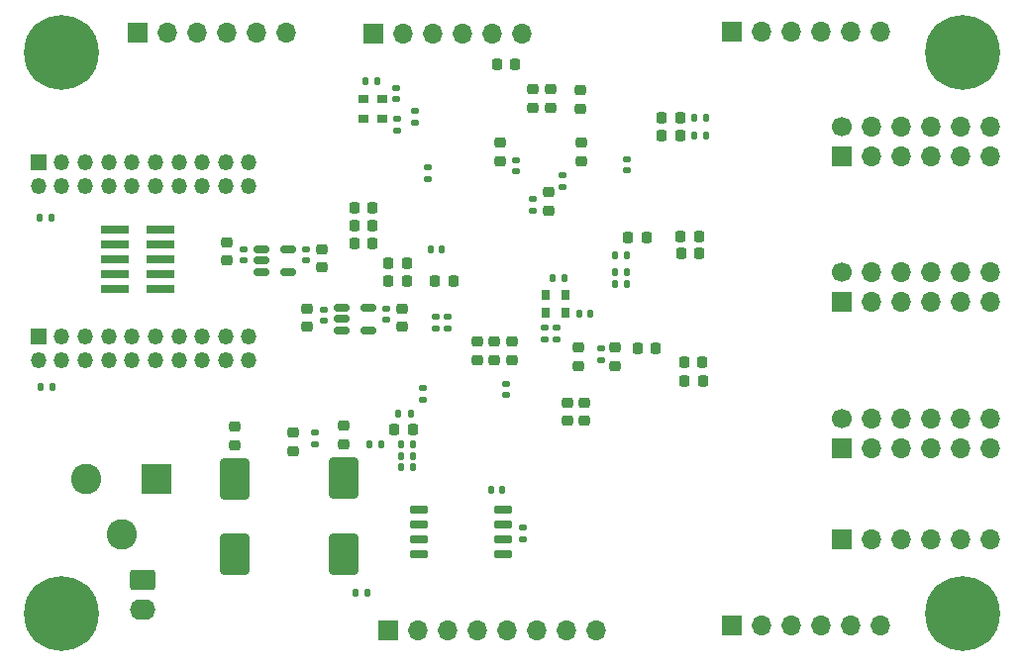
<source format=gbr>
%TF.GenerationSoftware,KiCad,Pcbnew,7.0.0*%
%TF.CreationDate,2023-03-27T16:14:08-06:00*%
%TF.ProjectId,FPGA_2,46504741-5f32-42e6-9b69-6361645f7063,rev?*%
%TF.SameCoordinates,Original*%
%TF.FileFunction,Soldermask,Top*%
%TF.FilePolarity,Negative*%
%FSLAX46Y46*%
G04 Gerber Fmt 4.6, Leading zero omitted, Abs format (unit mm)*
G04 Created by KiCad (PCBNEW 7.0.0) date 2023-03-27 16:14:08*
%MOMM*%
%LPD*%
G01*
G04 APERTURE LIST*
G04 Aperture macros list*
%AMRoundRect*
0 Rectangle with rounded corners*
0 $1 Rounding radius*
0 $2 $3 $4 $5 $6 $7 $8 $9 X,Y pos of 4 corners*
0 Add a 4 corners polygon primitive as box body*
4,1,4,$2,$3,$4,$5,$6,$7,$8,$9,$2,$3,0*
0 Add four circle primitives for the rounded corners*
1,1,$1+$1,$2,$3*
1,1,$1+$1,$4,$5*
1,1,$1+$1,$6,$7*
1,1,$1+$1,$8,$9*
0 Add four rect primitives between the rounded corners*
20,1,$1+$1,$2,$3,$4,$5,0*
20,1,$1+$1,$4,$5,$6,$7,0*
20,1,$1+$1,$6,$7,$8,$9,0*
20,1,$1+$1,$8,$9,$2,$3,0*%
G04 Aperture macros list end*
%ADD10R,2.600000X2.600000*%
%ADD11C,2.600000*%
%ADD12RoundRect,0.218750X0.256250X-0.218750X0.256250X0.218750X-0.256250X0.218750X-0.256250X-0.218750X0*%
%ADD13R,2.400000X0.740000*%
%ADD14RoundRect,0.225000X0.250000X-0.225000X0.250000X0.225000X-0.250000X0.225000X-0.250000X-0.225000X0*%
%ADD15RoundRect,0.218750X-0.218750X-0.256250X0.218750X-0.256250X0.218750X0.256250X-0.218750X0.256250X0*%
%ADD16RoundRect,0.140000X-0.140000X-0.170000X0.140000X-0.170000X0.140000X0.170000X-0.140000X0.170000X0*%
%ADD17RoundRect,0.135000X0.185000X-0.135000X0.185000X0.135000X-0.185000X0.135000X-0.185000X-0.135000X0*%
%ADD18R,1.700000X1.700000*%
%ADD19O,1.700000X1.700000*%
%ADD20C,1.700000*%
%ADD21RoundRect,0.225000X-0.250000X0.225000X-0.250000X-0.225000X0.250000X-0.225000X0.250000X0.225000X0*%
%ADD22RoundRect,0.135000X-0.135000X-0.185000X0.135000X-0.185000X0.135000X0.185000X-0.135000X0.185000X0*%
%ADD23RoundRect,0.140000X0.170000X-0.140000X0.170000X0.140000X-0.170000X0.140000X-0.170000X-0.140000X0*%
%ADD24RoundRect,0.140000X-0.170000X0.140000X-0.170000X-0.140000X0.170000X-0.140000X0.170000X0.140000X0*%
%ADD25RoundRect,0.135000X-0.185000X0.135000X-0.185000X-0.135000X0.185000X-0.135000X0.185000X0.135000X0*%
%ADD26R,1.350000X1.350000*%
%ADD27O,1.350000X1.350000*%
%ADD28RoundRect,0.135000X0.135000X0.185000X-0.135000X0.185000X-0.135000X-0.185000X0.135000X-0.185000X0*%
%ADD29RoundRect,0.140000X0.140000X0.170000X-0.140000X0.170000X-0.140000X-0.170000X0.140000X-0.170000X0*%
%ADD30RoundRect,0.225000X0.225000X0.250000X-0.225000X0.250000X-0.225000X-0.250000X0.225000X-0.250000X0*%
%ADD31R,0.850000X0.650000*%
%ADD32RoundRect,0.250000X-0.845000X0.620000X-0.845000X-0.620000X0.845000X-0.620000X0.845000X0.620000X0*%
%ADD33O,2.190000X1.740000*%
%ADD34RoundRect,0.225000X-0.225000X-0.250000X0.225000X-0.250000X0.225000X0.250000X-0.225000X0.250000X0*%
%ADD35RoundRect,0.218750X-0.256250X0.218750X-0.256250X-0.218750X0.256250X-0.218750X0.256250X0.218750X0*%
%ADD36RoundRect,0.150000X-0.650000X-0.150000X0.650000X-0.150000X0.650000X0.150000X-0.650000X0.150000X0*%
%ADD37RoundRect,0.250000X-1.000000X1.500000X-1.000000X-1.500000X1.000000X-1.500000X1.000000X1.500000X0*%
%ADD38C,3.600000*%
%ADD39C,6.400000*%
%ADD40R,0.650000X0.850000*%
%ADD41RoundRect,0.218750X0.218750X0.256250X-0.218750X0.256250X-0.218750X-0.256250X0.218750X-0.256250X0*%
%ADD42RoundRect,0.150000X-0.512500X-0.150000X0.512500X-0.150000X0.512500X0.150000X-0.512500X0.150000X0*%
G04 APERTURE END LIST*
D10*
%TO.C,J10*%
X64375551Y-138049999D03*
D11*
X58375552Y-138050000D03*
X61375552Y-142750000D03*
%TD*%
D12*
%TO.C,L1*%
X96575552Y-106237500D03*
X96575552Y-104662500D03*
%TD*%
D13*
%TO.C,J6*%
X60825551Y-116709999D03*
X64725551Y-116709999D03*
X60825551Y-117979999D03*
X64725551Y-117979999D03*
X60825551Y-119249999D03*
X64725551Y-119249999D03*
X60825551Y-120519999D03*
X64725551Y-120519999D03*
X60825551Y-121789999D03*
X64725551Y-121789999D03*
%TD*%
D12*
%TO.C,L12*%
X94775552Y-127837500D03*
X94775552Y-126262500D03*
%TD*%
D14*
%TO.C,C3*%
X100575552Y-106325000D03*
X100575552Y-104775000D03*
%TD*%
D15*
%TO.C,D2*%
X107588052Y-108650000D03*
X109163052Y-108650000D03*
%TD*%
D16*
%TO.C,C18*%
X103595552Y-121350000D03*
X104555552Y-121350000D03*
%TD*%
D17*
%TO.C,R8*%
X88275552Y-125160000D03*
X88275552Y-124140000D03*
%TD*%
D12*
%TO.C,L4*%
X100675552Y-110837500D03*
X100675552Y-109262500D03*
%TD*%
D18*
%TO.C,J4*%
X122950551Y-110399999D03*
D19*
X125490551Y-110399999D03*
X128030551Y-110399999D03*
X130570551Y-110399999D03*
X133110551Y-110399999D03*
X135650551Y-110399999D03*
D20*
X122950552Y-107860000D03*
D19*
X125490551Y-107859999D03*
X128030551Y-107859999D03*
X130570551Y-107859999D03*
X133110551Y-107859999D03*
X135650551Y-107859999D03*
%TD*%
D14*
%TO.C,C28*%
X71075552Y-135125000D03*
X71075552Y-133575000D03*
%TD*%
D12*
%TO.C,L2*%
X98075552Y-106237500D03*
X98075552Y-104662500D03*
%TD*%
D18*
%TO.C,J11*%
X122950551Y-143224999D03*
D19*
X125490551Y-143224999D03*
X128030551Y-143224999D03*
X130570551Y-143224999D03*
X133110551Y-143224999D03*
X135650551Y-143224999D03*
%TD*%
D21*
%TO.C,C27*%
X100975552Y-131475000D03*
X100975552Y-133025000D03*
%TD*%
D22*
%TO.C,R3*%
X110365552Y-107150000D03*
X111385552Y-107150000D03*
%TD*%
D23*
%TO.C,C25*%
X94275552Y-130830000D03*
X94275552Y-129870000D03*
%TD*%
D24*
%TO.C,C5*%
X95075552Y-110770000D03*
X95075552Y-111730000D03*
%TD*%
D18*
%TO.C,J9*%
X122950551Y-135399999D03*
D19*
X125490551Y-135399999D03*
X128030551Y-135399999D03*
X130570551Y-135399999D03*
X133110551Y-135399999D03*
X135650551Y-135399999D03*
D20*
X122950552Y-132860000D03*
D19*
X125490551Y-132859999D03*
X128030551Y-132859999D03*
X130570551Y-132859999D03*
X133110551Y-132859999D03*
X135650551Y-132859999D03*
%TD*%
D14*
%TO.C,C24*%
X91775552Y-127825000D03*
X91775552Y-126275000D03*
%TD*%
D15*
%TO.C,L14*%
X105488052Y-126850000D03*
X107063052Y-126850000D03*
%TD*%
D14*
%TO.C,C29*%
X80375552Y-135025000D03*
X80375552Y-133475000D03*
%TD*%
D22*
%TO.C,R7*%
X98265552Y-120850000D03*
X99285552Y-120850000D03*
%TD*%
D16*
%TO.C,C34*%
X54395552Y-115650000D03*
X55355552Y-115650000D03*
%TD*%
D25*
%TO.C,R21*%
X95675552Y-142140000D03*
X95675552Y-143160000D03*
%TD*%
D26*
%TO.C,J8*%
X54275551Y-125849999D03*
D27*
X54275551Y-127849999D03*
X56275551Y-125849999D03*
X56275551Y-127849999D03*
X58275551Y-125849999D03*
X58275551Y-127849999D03*
X60275551Y-125849999D03*
X60275551Y-127849999D03*
X62275551Y-125849999D03*
X62275551Y-127849999D03*
X64275551Y-125849999D03*
X64275551Y-127849999D03*
X66275551Y-125849999D03*
X66275551Y-127849999D03*
X68275551Y-125849999D03*
X68275551Y-127849999D03*
X70275551Y-125849999D03*
X70275551Y-127849999D03*
X72275551Y-125849999D03*
X72275551Y-127849999D03*
%TD*%
D28*
%TO.C,R13*%
X55485552Y-130150000D03*
X54465552Y-130150000D03*
%TD*%
D24*
%TO.C,C10*%
X71775552Y-118370000D03*
X71775552Y-119330000D03*
%TD*%
D29*
%TO.C,C30*%
X93955552Y-138950000D03*
X92995552Y-138950000D03*
%TD*%
D22*
%TO.C,R19*%
X85265552Y-137050000D03*
X86285552Y-137050000D03*
%TD*%
D16*
%TO.C,C17*%
X103595552Y-120350000D03*
X104555552Y-120350000D03*
%TD*%
D18*
%TO.C,J13*%
X84200551Y-150949999D03*
D19*
X86740551Y-150949999D03*
X89280551Y-150949999D03*
X91820551Y-150949999D03*
X94360551Y-150949999D03*
X96900551Y-150949999D03*
X99440551Y-150949999D03*
X101980551Y-150949999D03*
%TD*%
D30*
%TO.C,C7*%
X82850552Y-114850000D03*
X81300552Y-114850000D03*
%TD*%
D31*
%TO.C,U1*%
X82100551Y-105524999D03*
X82100551Y-107174999D03*
X83650551Y-107174999D03*
X83650551Y-105524999D03*
%TD*%
D21*
%TO.C,C9*%
X70375552Y-117800000D03*
X70375552Y-119350000D03*
%TD*%
D18*
%TO.C,J1*%
X113550551Y-99724999D03*
D19*
X116090551Y-99724999D03*
X118630551Y-99724999D03*
X121170551Y-99724999D03*
X123710551Y-99724999D03*
X126250551Y-99724999D03*
%TD*%
D24*
%TO.C,C21*%
X84038052Y-123420000D03*
X84038052Y-124380000D03*
%TD*%
D32*
%TO.C,J14*%
X63155552Y-146680000D03*
D33*
X63155551Y-149219999D03*
%TD*%
D15*
%TO.C,L6*%
X104688052Y-117350000D03*
X106263052Y-117350000D03*
%TD*%
D29*
%TO.C,C13*%
X88755552Y-118350000D03*
X87795552Y-118350000D03*
%TD*%
D25*
%TO.C,R14*%
X87175552Y-130240000D03*
X87175552Y-131260000D03*
%TD*%
D34*
%TO.C,C26*%
X109500552Y-128050000D03*
X111050552Y-128050000D03*
%TD*%
D28*
%TO.C,R20*%
X86285552Y-136050000D03*
X85265552Y-136050000D03*
%TD*%
D18*
%TO.C,J12*%
X113550551Y-150524999D03*
D19*
X116090551Y-150524999D03*
X118630551Y-150524999D03*
X121170551Y-150524999D03*
X123710551Y-150524999D03*
X126250551Y-150524999D03*
%TD*%
D15*
%TO.C,L8*%
X81288052Y-117850000D03*
X82863052Y-117850000D03*
%TD*%
D12*
%TO.C,D4*%
X103575552Y-128337500D03*
X103575552Y-126762500D03*
%TD*%
D17*
%TO.C,R10*%
X97575552Y-126060000D03*
X97575552Y-125040000D03*
%TD*%
D22*
%TO.C,R15*%
X85065552Y-132450000D03*
X86085552Y-132450000D03*
%TD*%
D17*
%TO.C,R2*%
X86475552Y-107560000D03*
X86475552Y-106540000D03*
%TD*%
D25*
%TO.C,R16*%
X77875552Y-134040000D03*
X77875552Y-135060000D03*
%TD*%
D35*
%TO.C,D3*%
X97875552Y-113462500D03*
X97875552Y-115037500D03*
%TD*%
D22*
%TO.C,R18*%
X85265552Y-135050000D03*
X86285552Y-135050000D03*
%TD*%
D36*
%TO.C,U5*%
X86800352Y-140669800D03*
X86800352Y-141939800D03*
X86800352Y-143209800D03*
X86800352Y-144479800D03*
X94000352Y-144479800D03*
X94000352Y-143209800D03*
X94000352Y-141939800D03*
X94000352Y-140669800D03*
%TD*%
D37*
%TO.C,C32*%
X80375552Y-137942500D03*
X80375552Y-144442500D03*
%TD*%
D16*
%TO.C,C14*%
X103595552Y-118850000D03*
X104555552Y-118850000D03*
%TD*%
D24*
%TO.C,C19*%
X78638052Y-123520000D03*
X78638052Y-124480000D03*
%TD*%
D25*
%TO.C,R12*%
X102375552Y-126840000D03*
X102375552Y-127860000D03*
%TD*%
D38*
%TO.C,H2*%
X133275552Y-101550000D03*
D39*
X133275552Y-101550000D03*
%TD*%
D37*
%TO.C,C31*%
X71075552Y-138000000D03*
X71075552Y-144500000D03*
%TD*%
D22*
%TO.C,R5*%
X110365552Y-108650000D03*
X111385552Y-108650000D03*
%TD*%
D21*
%TO.C,C22*%
X85338052Y-123425000D03*
X85338052Y-124975000D03*
%TD*%
D40*
%TO.C,U4*%
X99300551Y-122274999D03*
X97650551Y-122274999D03*
X97650551Y-123824999D03*
X99300551Y-123824999D03*
%TD*%
D28*
%TO.C,R1*%
X83285552Y-103950000D03*
X82265552Y-103950000D03*
%TD*%
D38*
%TO.C,H4*%
X133275552Y-149550000D03*
D39*
X133275552Y-149550000D03*
%TD*%
D41*
%TO.C,D6*%
X86263052Y-133750000D03*
X84688052Y-133750000D03*
%TD*%
D23*
%TO.C,C4*%
X87575552Y-112330000D03*
X87575552Y-111370000D03*
%TD*%
D17*
%TO.C,R11*%
X98575552Y-126060000D03*
X98575552Y-125040000D03*
%TD*%
D28*
%TO.C,R22*%
X82385552Y-147750000D03*
X81365552Y-147750000D03*
%TD*%
D24*
%TO.C,C11*%
X77175552Y-118370000D03*
X77175552Y-119330000D03*
%TD*%
D18*
%TO.C,J2*%
X62735551Y-99849999D03*
D19*
X65275551Y-99849999D03*
X67815551Y-99849999D03*
X70355551Y-99849999D03*
X72895551Y-99849999D03*
X75435551Y-99849999D03*
%TD*%
D15*
%TO.C,L7*%
X109188052Y-117250000D03*
X110763052Y-117250000D03*
%TD*%
D41*
%TO.C,L5*%
X82863052Y-116350000D03*
X81288052Y-116350000D03*
%TD*%
D35*
%TO.C,L13*%
X100475552Y-126762500D03*
X100475552Y-128337500D03*
%TD*%
D41*
%TO.C,L9*%
X85763052Y-119550000D03*
X84188052Y-119550000D03*
%TD*%
D16*
%TO.C,C23*%
X100495552Y-123850000D03*
X101455552Y-123850000D03*
%TD*%
D21*
%TO.C,C20*%
X77238052Y-123425000D03*
X77238052Y-124975000D03*
%TD*%
D34*
%TO.C,C15*%
X109200552Y-118750000D03*
X110750552Y-118750000D03*
%TD*%
D23*
%TO.C,C2*%
X84875552Y-105530000D03*
X84875552Y-104570000D03*
%TD*%
%TO.C,C6*%
X104575552Y-111630000D03*
X104575552Y-110670000D03*
%TD*%
D12*
%TO.C,L3*%
X93775552Y-110837500D03*
X93775552Y-109262500D03*
%TD*%
D17*
%TO.C,R9*%
X89275552Y-125160000D03*
X89275552Y-124140000D03*
%TD*%
%TO.C,R6*%
X96575552Y-115060000D03*
X96575552Y-114040000D03*
%TD*%
D18*
%TO.C,J3*%
X82950551Y-99924999D03*
D19*
X85490551Y-99924999D03*
X88030551Y-99924999D03*
X90570551Y-99924999D03*
X93110551Y-99924999D03*
X95650551Y-99924999D03*
%TD*%
D15*
%TO.C,D1*%
X107588052Y-107150000D03*
X109163052Y-107150000D03*
%TD*%
D38*
%TO.C,H3*%
X56275552Y-149550000D03*
D39*
X56275552Y-149550000D03*
%TD*%
D18*
%TO.C,J7*%
X122950551Y-122899999D03*
D19*
X125490551Y-122899999D03*
X128030551Y-122899999D03*
X130570551Y-122899999D03*
X133110551Y-122899999D03*
X135650551Y-122899999D03*
D20*
X122950552Y-120360000D03*
D19*
X125490551Y-120359999D03*
X128030551Y-120359999D03*
X130570551Y-120359999D03*
X133110551Y-120359999D03*
X135650551Y-120359999D03*
%TD*%
D12*
%TO.C,D5*%
X76075552Y-135637500D03*
X76075552Y-134062500D03*
%TD*%
D38*
%TO.C,H1*%
X56275552Y-101550000D03*
D39*
X56275552Y-101550000D03*
%TD*%
D21*
%TO.C,C12*%
X78475552Y-118375000D03*
X78475552Y-119925000D03*
%TD*%
D30*
%TO.C,C16*%
X85750552Y-121050000D03*
X84200552Y-121050000D03*
%TD*%
D42*
%TO.C,U2*%
X73338052Y-118400000D03*
X73338052Y-119350000D03*
X73338052Y-120300000D03*
X75613052Y-120300000D03*
X75613052Y-118400000D03*
%TD*%
D30*
%TO.C,C1*%
X95050552Y-102550000D03*
X93500552Y-102550000D03*
%TD*%
D35*
%TO.C,L11*%
X93275552Y-126262500D03*
X93275552Y-127837500D03*
%TD*%
D15*
%TO.C,L15*%
X109488052Y-129650000D03*
X111063052Y-129650000D03*
%TD*%
D17*
%TO.C,R4*%
X84975552Y-108260000D03*
X84975552Y-107240000D03*
%TD*%
D23*
%TO.C,C8*%
X99075552Y-113030000D03*
X99075552Y-112070000D03*
%TD*%
D26*
%TO.C,J5*%
X54275551Y-110949999D03*
D27*
X54275551Y-112949999D03*
X56275551Y-110949999D03*
X56275551Y-112949999D03*
X58275551Y-110949999D03*
X58275551Y-112949999D03*
X60275551Y-110949999D03*
X60275551Y-112949999D03*
X62275551Y-110949999D03*
X62275551Y-112949999D03*
X64275551Y-110949999D03*
X64275551Y-112949999D03*
X66275551Y-110949999D03*
X66275551Y-112949999D03*
X68275551Y-110949999D03*
X68275551Y-112949999D03*
X70275551Y-110949999D03*
X70275551Y-112949999D03*
X72275551Y-110949999D03*
X72275551Y-112949999D03*
%TD*%
D42*
%TO.C,U3*%
X80238052Y-123400000D03*
X80238052Y-124350000D03*
X80238052Y-125300000D03*
X82513052Y-125300000D03*
X82513052Y-123400000D03*
%TD*%
D28*
%TO.C,R17*%
X83585552Y-135050000D03*
X82565552Y-135050000D03*
%TD*%
D35*
%TO.C,L16*%
X99475552Y-131462500D03*
X99475552Y-133037500D03*
%TD*%
D41*
%TO.C,L10*%
X89763052Y-121050000D03*
X88188052Y-121050000D03*
%TD*%
M02*

</source>
